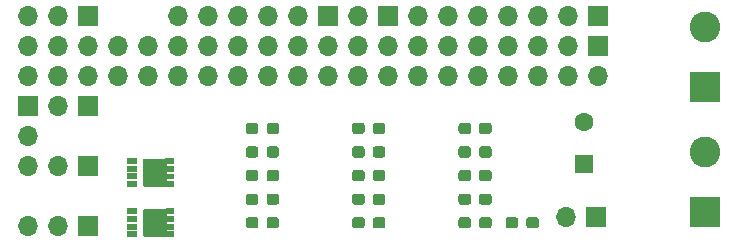
<source format=gts>
G04 #@! TF.GenerationSoftware,KiCad,Pcbnew,5.1.5+dfsg1-2build2*
G04 #@! TF.CreationDate,2021-01-26T14:35:44+01:00*
G04 #@! TF.ProjectId,PiStackMon,50695374-6163-46b4-9d6f-6e2e6b696361,rev?*
G04 #@! TF.SameCoordinates,Original*
G04 #@! TF.FileFunction,Soldermask,Top*
G04 #@! TF.FilePolarity,Negative*
%FSLAX46Y46*%
G04 Gerber Fmt 4.6, Leading zero omitted, Abs format (unit mm)*
G04 Created by KiCad (PCBNEW 5.1.5+dfsg1-2build2) date 2021-01-26 14:35:44*
%MOMM*%
%LPD*%
G04 APERTURE LIST*
%ADD10C,2.600000*%
%ADD11R,2.600000X2.600000*%
%ADD12O,1.700000X1.700000*%
%ADD13R,1.700000X1.700000*%
%ADD14C,0.150000*%
%ADD15R,0.930000X0.500000*%
%ADD16C,1.600000*%
%ADD17R,1.600000X1.600000*%
G04 APERTURE END LIST*
D10*
X269750000Y-153920000D03*
D11*
X269750000Y-159000000D03*
D10*
X269750000Y-164500000D03*
D11*
X269750000Y-169580000D03*
D12*
X240310000Y-152960000D03*
D13*
X242850000Y-152960000D03*
D12*
X212370000Y-152960000D03*
X214910000Y-152960000D03*
D13*
X217450000Y-152960000D03*
D14*
G36*
X224709755Y-165025961D02*
G01*
X224719134Y-165028806D01*
X224727779Y-165033427D01*
X224735355Y-165039645D01*
X224741573Y-165047221D01*
X224746194Y-165055866D01*
X224749039Y-165065245D01*
X224750000Y-165075000D01*
X224750000Y-165475000D01*
X224749039Y-165484755D01*
X224746194Y-165494134D01*
X224741573Y-165502779D01*
X224735355Y-165510355D01*
X224727779Y-165516573D01*
X224719134Y-165521194D01*
X224709755Y-165524039D01*
X224700000Y-165525000D01*
X224130000Y-165525000D01*
X224130000Y-165675000D01*
X224700000Y-165675000D01*
X224709755Y-165675961D01*
X224719134Y-165678806D01*
X224727779Y-165683427D01*
X224735355Y-165689645D01*
X224741573Y-165697221D01*
X224746194Y-165705866D01*
X224749039Y-165715245D01*
X224750000Y-165725000D01*
X224750000Y-166125000D01*
X224749039Y-166134755D01*
X224746194Y-166144134D01*
X224741573Y-166152779D01*
X224735355Y-166160355D01*
X224727779Y-166166573D01*
X224719134Y-166171194D01*
X224709755Y-166174039D01*
X224700000Y-166175000D01*
X224130000Y-166175000D01*
X224130000Y-166325000D01*
X224700000Y-166325000D01*
X224709755Y-166325961D01*
X224719134Y-166328806D01*
X224727779Y-166333427D01*
X224735355Y-166339645D01*
X224741573Y-166347221D01*
X224746194Y-166355866D01*
X224749039Y-166365245D01*
X224750000Y-166375000D01*
X224750000Y-166775000D01*
X224749039Y-166784755D01*
X224746194Y-166794134D01*
X224741573Y-166802779D01*
X224735355Y-166810355D01*
X224727779Y-166816573D01*
X224719134Y-166821194D01*
X224709755Y-166824039D01*
X224700000Y-166825000D01*
X224130000Y-166825000D01*
X224130000Y-166975000D01*
X224700000Y-166975000D01*
X224709755Y-166975961D01*
X224719134Y-166978806D01*
X224727779Y-166983427D01*
X224735355Y-166989645D01*
X224741573Y-166997221D01*
X224746194Y-167005866D01*
X224749039Y-167015245D01*
X224750000Y-167025000D01*
X224750000Y-167425000D01*
X224749039Y-167434755D01*
X224746194Y-167444134D01*
X224741573Y-167452779D01*
X224735355Y-167460355D01*
X224727779Y-167466573D01*
X224719134Y-167471194D01*
X224709755Y-167474039D01*
X224700000Y-167475000D01*
X224080000Y-167475000D01*
X224070245Y-167474039D01*
X224060866Y-167471194D01*
X224052221Y-167466573D01*
X224044645Y-167460355D01*
X224038427Y-167452779D01*
X224033806Y-167444134D01*
X224030961Y-167434755D01*
X224030000Y-167425000D01*
X222230000Y-167425000D01*
X222220245Y-167424039D01*
X222210866Y-167421194D01*
X222202221Y-167416573D01*
X222194645Y-167410355D01*
X222188427Y-167402779D01*
X222183806Y-167394134D01*
X222180961Y-167384755D01*
X222180000Y-167375000D01*
X222180000Y-165125000D01*
X222180961Y-165115245D01*
X222183806Y-165105866D01*
X222188427Y-165097221D01*
X222194645Y-165089645D01*
X222202221Y-165083427D01*
X222210866Y-165078806D01*
X222220245Y-165075961D01*
X222230000Y-165075000D01*
X224030000Y-165075000D01*
X224030961Y-165065245D01*
X224033806Y-165055866D01*
X224038427Y-165047221D01*
X224044645Y-165039645D01*
X224052221Y-165033427D01*
X224060866Y-165028806D01*
X224070245Y-165025961D01*
X224080000Y-165025000D01*
X224700000Y-165025000D01*
X224709755Y-165025961D01*
G37*
D15*
X221215000Y-167225000D03*
X221215000Y-166575000D03*
X221215000Y-165275000D03*
X221215000Y-165925000D03*
D12*
X225070000Y-152960000D03*
X227610000Y-152960000D03*
X230150000Y-152960000D03*
X232690000Y-152960000D03*
X235230000Y-152960000D03*
D13*
X237770000Y-152960000D03*
D12*
X245390000Y-152960000D03*
X247930000Y-152960000D03*
X250470000Y-152960000D03*
X253010000Y-152960000D03*
X255550000Y-152960000D03*
X258090000Y-152960000D03*
D13*
X260630000Y-152960000D03*
D14*
G36*
X224709755Y-169275961D02*
G01*
X224719134Y-169278806D01*
X224727779Y-169283427D01*
X224735355Y-169289645D01*
X224741573Y-169297221D01*
X224746194Y-169305866D01*
X224749039Y-169315245D01*
X224750000Y-169325000D01*
X224750000Y-169725000D01*
X224749039Y-169734755D01*
X224746194Y-169744134D01*
X224741573Y-169752779D01*
X224735355Y-169760355D01*
X224727779Y-169766573D01*
X224719134Y-169771194D01*
X224709755Y-169774039D01*
X224700000Y-169775000D01*
X224130000Y-169775000D01*
X224130000Y-169925000D01*
X224700000Y-169925000D01*
X224709755Y-169925961D01*
X224719134Y-169928806D01*
X224727779Y-169933427D01*
X224735355Y-169939645D01*
X224741573Y-169947221D01*
X224746194Y-169955866D01*
X224749039Y-169965245D01*
X224750000Y-169975000D01*
X224750000Y-170375000D01*
X224749039Y-170384755D01*
X224746194Y-170394134D01*
X224741573Y-170402779D01*
X224735355Y-170410355D01*
X224727779Y-170416573D01*
X224719134Y-170421194D01*
X224709755Y-170424039D01*
X224700000Y-170425000D01*
X224130000Y-170425000D01*
X224130000Y-170575000D01*
X224700000Y-170575000D01*
X224709755Y-170575961D01*
X224719134Y-170578806D01*
X224727779Y-170583427D01*
X224735355Y-170589645D01*
X224741573Y-170597221D01*
X224746194Y-170605866D01*
X224749039Y-170615245D01*
X224750000Y-170625000D01*
X224750000Y-171025000D01*
X224749039Y-171034755D01*
X224746194Y-171044134D01*
X224741573Y-171052779D01*
X224735355Y-171060355D01*
X224727779Y-171066573D01*
X224719134Y-171071194D01*
X224709755Y-171074039D01*
X224700000Y-171075000D01*
X224130000Y-171075000D01*
X224130000Y-171225000D01*
X224700000Y-171225000D01*
X224709755Y-171225961D01*
X224719134Y-171228806D01*
X224727779Y-171233427D01*
X224735355Y-171239645D01*
X224741573Y-171247221D01*
X224746194Y-171255866D01*
X224749039Y-171265245D01*
X224750000Y-171275000D01*
X224750000Y-171675000D01*
X224749039Y-171684755D01*
X224746194Y-171694134D01*
X224741573Y-171702779D01*
X224735355Y-171710355D01*
X224727779Y-171716573D01*
X224719134Y-171721194D01*
X224709755Y-171724039D01*
X224700000Y-171725000D01*
X224080000Y-171725000D01*
X224070245Y-171724039D01*
X224060866Y-171721194D01*
X224052221Y-171716573D01*
X224044645Y-171710355D01*
X224038427Y-171702779D01*
X224033806Y-171694134D01*
X224030961Y-171684755D01*
X224030000Y-171675000D01*
X222230000Y-171675000D01*
X222220245Y-171674039D01*
X222210866Y-171671194D01*
X222202221Y-171666573D01*
X222194645Y-171660355D01*
X222188427Y-171652779D01*
X222183806Y-171644134D01*
X222180961Y-171634755D01*
X222180000Y-171625000D01*
X222180000Y-169375000D01*
X222180961Y-169365245D01*
X222183806Y-169355866D01*
X222188427Y-169347221D01*
X222194645Y-169339645D01*
X222202221Y-169333427D01*
X222210866Y-169328806D01*
X222220245Y-169325961D01*
X222230000Y-169325000D01*
X224030000Y-169325000D01*
X224030961Y-169315245D01*
X224033806Y-169305866D01*
X224038427Y-169297221D01*
X224044645Y-169289645D01*
X224052221Y-169283427D01*
X224060866Y-169278806D01*
X224070245Y-169275961D01*
X224080000Y-169275000D01*
X224700000Y-169275000D01*
X224709755Y-169275961D01*
G37*
D15*
X221215000Y-171475000D03*
X221215000Y-170825000D03*
X221215000Y-169525000D03*
X221215000Y-170175000D03*
D12*
X212370000Y-163120000D03*
D13*
X212370000Y-160580000D03*
D12*
X214910000Y-160580000D03*
D13*
X217450000Y-160580000D03*
D12*
X212370000Y-170740000D03*
X214910000Y-170740000D03*
D13*
X217450000Y-170740000D03*
D12*
X212370000Y-165660000D03*
X214910000Y-165660000D03*
D13*
X217450000Y-165660000D03*
D14*
G36*
X249685779Y-166026144D02*
G01*
X249708834Y-166029563D01*
X249731443Y-166035227D01*
X249753387Y-166043079D01*
X249774457Y-166053044D01*
X249794448Y-166065026D01*
X249813168Y-166078910D01*
X249830438Y-166094562D01*
X249846090Y-166111832D01*
X249859974Y-166130552D01*
X249871956Y-166150543D01*
X249881921Y-166171613D01*
X249889773Y-166193557D01*
X249895437Y-166216166D01*
X249898856Y-166239221D01*
X249900000Y-166262500D01*
X249900000Y-166737500D01*
X249898856Y-166760779D01*
X249895437Y-166783834D01*
X249889773Y-166806443D01*
X249881921Y-166828387D01*
X249871956Y-166849457D01*
X249859974Y-166869448D01*
X249846090Y-166888168D01*
X249830438Y-166905438D01*
X249813168Y-166921090D01*
X249794448Y-166934974D01*
X249774457Y-166946956D01*
X249753387Y-166956921D01*
X249731443Y-166964773D01*
X249708834Y-166970437D01*
X249685779Y-166973856D01*
X249662500Y-166975000D01*
X249087500Y-166975000D01*
X249064221Y-166973856D01*
X249041166Y-166970437D01*
X249018557Y-166964773D01*
X248996613Y-166956921D01*
X248975543Y-166946956D01*
X248955552Y-166934974D01*
X248936832Y-166921090D01*
X248919562Y-166905438D01*
X248903910Y-166888168D01*
X248890026Y-166869448D01*
X248878044Y-166849457D01*
X248868079Y-166828387D01*
X248860227Y-166806443D01*
X248854563Y-166783834D01*
X248851144Y-166760779D01*
X248850000Y-166737500D01*
X248850000Y-166262500D01*
X248851144Y-166239221D01*
X248854563Y-166216166D01*
X248860227Y-166193557D01*
X248868079Y-166171613D01*
X248878044Y-166150543D01*
X248890026Y-166130552D01*
X248903910Y-166111832D01*
X248919562Y-166094562D01*
X248936832Y-166078910D01*
X248955552Y-166065026D01*
X248975543Y-166053044D01*
X248996613Y-166043079D01*
X249018557Y-166035227D01*
X249041166Y-166029563D01*
X249064221Y-166026144D01*
X249087500Y-166025000D01*
X249662500Y-166025000D01*
X249685779Y-166026144D01*
G37*
G36*
X251435779Y-166026144D02*
G01*
X251458834Y-166029563D01*
X251481443Y-166035227D01*
X251503387Y-166043079D01*
X251524457Y-166053044D01*
X251544448Y-166065026D01*
X251563168Y-166078910D01*
X251580438Y-166094562D01*
X251596090Y-166111832D01*
X251609974Y-166130552D01*
X251621956Y-166150543D01*
X251631921Y-166171613D01*
X251639773Y-166193557D01*
X251645437Y-166216166D01*
X251648856Y-166239221D01*
X251650000Y-166262500D01*
X251650000Y-166737500D01*
X251648856Y-166760779D01*
X251645437Y-166783834D01*
X251639773Y-166806443D01*
X251631921Y-166828387D01*
X251621956Y-166849457D01*
X251609974Y-166869448D01*
X251596090Y-166888168D01*
X251580438Y-166905438D01*
X251563168Y-166921090D01*
X251544448Y-166934974D01*
X251524457Y-166946956D01*
X251503387Y-166956921D01*
X251481443Y-166964773D01*
X251458834Y-166970437D01*
X251435779Y-166973856D01*
X251412500Y-166975000D01*
X250837500Y-166975000D01*
X250814221Y-166973856D01*
X250791166Y-166970437D01*
X250768557Y-166964773D01*
X250746613Y-166956921D01*
X250725543Y-166946956D01*
X250705552Y-166934974D01*
X250686832Y-166921090D01*
X250669562Y-166905438D01*
X250653910Y-166888168D01*
X250640026Y-166869448D01*
X250628044Y-166849457D01*
X250618079Y-166828387D01*
X250610227Y-166806443D01*
X250604563Y-166783834D01*
X250601144Y-166760779D01*
X250600000Y-166737500D01*
X250600000Y-166262500D01*
X250601144Y-166239221D01*
X250604563Y-166216166D01*
X250610227Y-166193557D01*
X250618079Y-166171613D01*
X250628044Y-166150543D01*
X250640026Y-166130552D01*
X250653910Y-166111832D01*
X250669562Y-166094562D01*
X250686832Y-166078910D01*
X250705552Y-166065026D01*
X250725543Y-166053044D01*
X250746613Y-166043079D01*
X250768557Y-166035227D01*
X250791166Y-166029563D01*
X250814221Y-166026144D01*
X250837500Y-166025000D01*
X251412500Y-166025000D01*
X251435779Y-166026144D01*
G37*
G36*
X249685779Y-164026144D02*
G01*
X249708834Y-164029563D01*
X249731443Y-164035227D01*
X249753387Y-164043079D01*
X249774457Y-164053044D01*
X249794448Y-164065026D01*
X249813168Y-164078910D01*
X249830438Y-164094562D01*
X249846090Y-164111832D01*
X249859974Y-164130552D01*
X249871956Y-164150543D01*
X249881921Y-164171613D01*
X249889773Y-164193557D01*
X249895437Y-164216166D01*
X249898856Y-164239221D01*
X249900000Y-164262500D01*
X249900000Y-164737500D01*
X249898856Y-164760779D01*
X249895437Y-164783834D01*
X249889773Y-164806443D01*
X249881921Y-164828387D01*
X249871956Y-164849457D01*
X249859974Y-164869448D01*
X249846090Y-164888168D01*
X249830438Y-164905438D01*
X249813168Y-164921090D01*
X249794448Y-164934974D01*
X249774457Y-164946956D01*
X249753387Y-164956921D01*
X249731443Y-164964773D01*
X249708834Y-164970437D01*
X249685779Y-164973856D01*
X249662500Y-164975000D01*
X249087500Y-164975000D01*
X249064221Y-164973856D01*
X249041166Y-164970437D01*
X249018557Y-164964773D01*
X248996613Y-164956921D01*
X248975543Y-164946956D01*
X248955552Y-164934974D01*
X248936832Y-164921090D01*
X248919562Y-164905438D01*
X248903910Y-164888168D01*
X248890026Y-164869448D01*
X248878044Y-164849457D01*
X248868079Y-164828387D01*
X248860227Y-164806443D01*
X248854563Y-164783834D01*
X248851144Y-164760779D01*
X248850000Y-164737500D01*
X248850000Y-164262500D01*
X248851144Y-164239221D01*
X248854563Y-164216166D01*
X248860227Y-164193557D01*
X248868079Y-164171613D01*
X248878044Y-164150543D01*
X248890026Y-164130552D01*
X248903910Y-164111832D01*
X248919562Y-164094562D01*
X248936832Y-164078910D01*
X248955552Y-164065026D01*
X248975543Y-164053044D01*
X248996613Y-164043079D01*
X249018557Y-164035227D01*
X249041166Y-164029563D01*
X249064221Y-164026144D01*
X249087500Y-164025000D01*
X249662500Y-164025000D01*
X249685779Y-164026144D01*
G37*
G36*
X251435779Y-164026144D02*
G01*
X251458834Y-164029563D01*
X251481443Y-164035227D01*
X251503387Y-164043079D01*
X251524457Y-164053044D01*
X251544448Y-164065026D01*
X251563168Y-164078910D01*
X251580438Y-164094562D01*
X251596090Y-164111832D01*
X251609974Y-164130552D01*
X251621956Y-164150543D01*
X251631921Y-164171613D01*
X251639773Y-164193557D01*
X251645437Y-164216166D01*
X251648856Y-164239221D01*
X251650000Y-164262500D01*
X251650000Y-164737500D01*
X251648856Y-164760779D01*
X251645437Y-164783834D01*
X251639773Y-164806443D01*
X251631921Y-164828387D01*
X251621956Y-164849457D01*
X251609974Y-164869448D01*
X251596090Y-164888168D01*
X251580438Y-164905438D01*
X251563168Y-164921090D01*
X251544448Y-164934974D01*
X251524457Y-164946956D01*
X251503387Y-164956921D01*
X251481443Y-164964773D01*
X251458834Y-164970437D01*
X251435779Y-164973856D01*
X251412500Y-164975000D01*
X250837500Y-164975000D01*
X250814221Y-164973856D01*
X250791166Y-164970437D01*
X250768557Y-164964773D01*
X250746613Y-164956921D01*
X250725543Y-164946956D01*
X250705552Y-164934974D01*
X250686832Y-164921090D01*
X250669562Y-164905438D01*
X250653910Y-164888168D01*
X250640026Y-164869448D01*
X250628044Y-164849457D01*
X250618079Y-164828387D01*
X250610227Y-164806443D01*
X250604563Y-164783834D01*
X250601144Y-164760779D01*
X250600000Y-164737500D01*
X250600000Y-164262500D01*
X250601144Y-164239221D01*
X250604563Y-164216166D01*
X250610227Y-164193557D01*
X250618079Y-164171613D01*
X250628044Y-164150543D01*
X250640026Y-164130552D01*
X250653910Y-164111832D01*
X250669562Y-164094562D01*
X250686832Y-164078910D01*
X250705552Y-164065026D01*
X250725543Y-164053044D01*
X250746613Y-164043079D01*
X250768557Y-164035227D01*
X250791166Y-164029563D01*
X250814221Y-164026144D01*
X250837500Y-164025000D01*
X251412500Y-164025000D01*
X251435779Y-164026144D01*
G37*
G36*
X253685779Y-170026144D02*
G01*
X253708834Y-170029563D01*
X253731443Y-170035227D01*
X253753387Y-170043079D01*
X253774457Y-170053044D01*
X253794448Y-170065026D01*
X253813168Y-170078910D01*
X253830438Y-170094562D01*
X253846090Y-170111832D01*
X253859974Y-170130552D01*
X253871956Y-170150543D01*
X253881921Y-170171613D01*
X253889773Y-170193557D01*
X253895437Y-170216166D01*
X253898856Y-170239221D01*
X253900000Y-170262500D01*
X253900000Y-170737500D01*
X253898856Y-170760779D01*
X253895437Y-170783834D01*
X253889773Y-170806443D01*
X253881921Y-170828387D01*
X253871956Y-170849457D01*
X253859974Y-170869448D01*
X253846090Y-170888168D01*
X253830438Y-170905438D01*
X253813168Y-170921090D01*
X253794448Y-170934974D01*
X253774457Y-170946956D01*
X253753387Y-170956921D01*
X253731443Y-170964773D01*
X253708834Y-170970437D01*
X253685779Y-170973856D01*
X253662500Y-170975000D01*
X253087500Y-170975000D01*
X253064221Y-170973856D01*
X253041166Y-170970437D01*
X253018557Y-170964773D01*
X252996613Y-170956921D01*
X252975543Y-170946956D01*
X252955552Y-170934974D01*
X252936832Y-170921090D01*
X252919562Y-170905438D01*
X252903910Y-170888168D01*
X252890026Y-170869448D01*
X252878044Y-170849457D01*
X252868079Y-170828387D01*
X252860227Y-170806443D01*
X252854563Y-170783834D01*
X252851144Y-170760779D01*
X252850000Y-170737500D01*
X252850000Y-170262500D01*
X252851144Y-170239221D01*
X252854563Y-170216166D01*
X252860227Y-170193557D01*
X252868079Y-170171613D01*
X252878044Y-170150543D01*
X252890026Y-170130552D01*
X252903910Y-170111832D01*
X252919562Y-170094562D01*
X252936832Y-170078910D01*
X252955552Y-170065026D01*
X252975543Y-170053044D01*
X252996613Y-170043079D01*
X253018557Y-170035227D01*
X253041166Y-170029563D01*
X253064221Y-170026144D01*
X253087500Y-170025000D01*
X253662500Y-170025000D01*
X253685779Y-170026144D01*
G37*
G36*
X255435779Y-170026144D02*
G01*
X255458834Y-170029563D01*
X255481443Y-170035227D01*
X255503387Y-170043079D01*
X255524457Y-170053044D01*
X255544448Y-170065026D01*
X255563168Y-170078910D01*
X255580438Y-170094562D01*
X255596090Y-170111832D01*
X255609974Y-170130552D01*
X255621956Y-170150543D01*
X255631921Y-170171613D01*
X255639773Y-170193557D01*
X255645437Y-170216166D01*
X255648856Y-170239221D01*
X255650000Y-170262500D01*
X255650000Y-170737500D01*
X255648856Y-170760779D01*
X255645437Y-170783834D01*
X255639773Y-170806443D01*
X255631921Y-170828387D01*
X255621956Y-170849457D01*
X255609974Y-170869448D01*
X255596090Y-170888168D01*
X255580438Y-170905438D01*
X255563168Y-170921090D01*
X255544448Y-170934974D01*
X255524457Y-170946956D01*
X255503387Y-170956921D01*
X255481443Y-170964773D01*
X255458834Y-170970437D01*
X255435779Y-170973856D01*
X255412500Y-170975000D01*
X254837500Y-170975000D01*
X254814221Y-170973856D01*
X254791166Y-170970437D01*
X254768557Y-170964773D01*
X254746613Y-170956921D01*
X254725543Y-170946956D01*
X254705552Y-170934974D01*
X254686832Y-170921090D01*
X254669562Y-170905438D01*
X254653910Y-170888168D01*
X254640026Y-170869448D01*
X254628044Y-170849457D01*
X254618079Y-170828387D01*
X254610227Y-170806443D01*
X254604563Y-170783834D01*
X254601144Y-170760779D01*
X254600000Y-170737500D01*
X254600000Y-170262500D01*
X254601144Y-170239221D01*
X254604563Y-170216166D01*
X254610227Y-170193557D01*
X254618079Y-170171613D01*
X254628044Y-170150543D01*
X254640026Y-170130552D01*
X254653910Y-170111832D01*
X254669562Y-170094562D01*
X254686832Y-170078910D01*
X254705552Y-170065026D01*
X254725543Y-170053044D01*
X254746613Y-170043079D01*
X254768557Y-170035227D01*
X254791166Y-170029563D01*
X254814221Y-170026144D01*
X254837500Y-170025000D01*
X255412500Y-170025000D01*
X255435779Y-170026144D01*
G37*
G36*
X249685779Y-170026144D02*
G01*
X249708834Y-170029563D01*
X249731443Y-170035227D01*
X249753387Y-170043079D01*
X249774457Y-170053044D01*
X249794448Y-170065026D01*
X249813168Y-170078910D01*
X249830438Y-170094562D01*
X249846090Y-170111832D01*
X249859974Y-170130552D01*
X249871956Y-170150543D01*
X249881921Y-170171613D01*
X249889773Y-170193557D01*
X249895437Y-170216166D01*
X249898856Y-170239221D01*
X249900000Y-170262500D01*
X249900000Y-170737500D01*
X249898856Y-170760779D01*
X249895437Y-170783834D01*
X249889773Y-170806443D01*
X249881921Y-170828387D01*
X249871956Y-170849457D01*
X249859974Y-170869448D01*
X249846090Y-170888168D01*
X249830438Y-170905438D01*
X249813168Y-170921090D01*
X249794448Y-170934974D01*
X249774457Y-170946956D01*
X249753387Y-170956921D01*
X249731443Y-170964773D01*
X249708834Y-170970437D01*
X249685779Y-170973856D01*
X249662500Y-170975000D01*
X249087500Y-170975000D01*
X249064221Y-170973856D01*
X249041166Y-170970437D01*
X249018557Y-170964773D01*
X248996613Y-170956921D01*
X248975543Y-170946956D01*
X248955552Y-170934974D01*
X248936832Y-170921090D01*
X248919562Y-170905438D01*
X248903910Y-170888168D01*
X248890026Y-170869448D01*
X248878044Y-170849457D01*
X248868079Y-170828387D01*
X248860227Y-170806443D01*
X248854563Y-170783834D01*
X248851144Y-170760779D01*
X248850000Y-170737500D01*
X248850000Y-170262500D01*
X248851144Y-170239221D01*
X248854563Y-170216166D01*
X248860227Y-170193557D01*
X248868079Y-170171613D01*
X248878044Y-170150543D01*
X248890026Y-170130552D01*
X248903910Y-170111832D01*
X248919562Y-170094562D01*
X248936832Y-170078910D01*
X248955552Y-170065026D01*
X248975543Y-170053044D01*
X248996613Y-170043079D01*
X249018557Y-170035227D01*
X249041166Y-170029563D01*
X249064221Y-170026144D01*
X249087500Y-170025000D01*
X249662500Y-170025000D01*
X249685779Y-170026144D01*
G37*
G36*
X251435779Y-170026144D02*
G01*
X251458834Y-170029563D01*
X251481443Y-170035227D01*
X251503387Y-170043079D01*
X251524457Y-170053044D01*
X251544448Y-170065026D01*
X251563168Y-170078910D01*
X251580438Y-170094562D01*
X251596090Y-170111832D01*
X251609974Y-170130552D01*
X251621956Y-170150543D01*
X251631921Y-170171613D01*
X251639773Y-170193557D01*
X251645437Y-170216166D01*
X251648856Y-170239221D01*
X251650000Y-170262500D01*
X251650000Y-170737500D01*
X251648856Y-170760779D01*
X251645437Y-170783834D01*
X251639773Y-170806443D01*
X251631921Y-170828387D01*
X251621956Y-170849457D01*
X251609974Y-170869448D01*
X251596090Y-170888168D01*
X251580438Y-170905438D01*
X251563168Y-170921090D01*
X251544448Y-170934974D01*
X251524457Y-170946956D01*
X251503387Y-170956921D01*
X251481443Y-170964773D01*
X251458834Y-170970437D01*
X251435779Y-170973856D01*
X251412500Y-170975000D01*
X250837500Y-170975000D01*
X250814221Y-170973856D01*
X250791166Y-170970437D01*
X250768557Y-170964773D01*
X250746613Y-170956921D01*
X250725543Y-170946956D01*
X250705552Y-170934974D01*
X250686832Y-170921090D01*
X250669562Y-170905438D01*
X250653910Y-170888168D01*
X250640026Y-170869448D01*
X250628044Y-170849457D01*
X250618079Y-170828387D01*
X250610227Y-170806443D01*
X250604563Y-170783834D01*
X250601144Y-170760779D01*
X250600000Y-170737500D01*
X250600000Y-170262500D01*
X250601144Y-170239221D01*
X250604563Y-170216166D01*
X250610227Y-170193557D01*
X250618079Y-170171613D01*
X250628044Y-170150543D01*
X250640026Y-170130552D01*
X250653910Y-170111832D01*
X250669562Y-170094562D01*
X250686832Y-170078910D01*
X250705552Y-170065026D01*
X250725543Y-170053044D01*
X250746613Y-170043079D01*
X250768557Y-170035227D01*
X250791166Y-170029563D01*
X250814221Y-170026144D01*
X250837500Y-170025000D01*
X251412500Y-170025000D01*
X251435779Y-170026144D01*
G37*
G36*
X249685779Y-168026144D02*
G01*
X249708834Y-168029563D01*
X249731443Y-168035227D01*
X249753387Y-168043079D01*
X249774457Y-168053044D01*
X249794448Y-168065026D01*
X249813168Y-168078910D01*
X249830438Y-168094562D01*
X249846090Y-168111832D01*
X249859974Y-168130552D01*
X249871956Y-168150543D01*
X249881921Y-168171613D01*
X249889773Y-168193557D01*
X249895437Y-168216166D01*
X249898856Y-168239221D01*
X249900000Y-168262500D01*
X249900000Y-168737500D01*
X249898856Y-168760779D01*
X249895437Y-168783834D01*
X249889773Y-168806443D01*
X249881921Y-168828387D01*
X249871956Y-168849457D01*
X249859974Y-168869448D01*
X249846090Y-168888168D01*
X249830438Y-168905438D01*
X249813168Y-168921090D01*
X249794448Y-168934974D01*
X249774457Y-168946956D01*
X249753387Y-168956921D01*
X249731443Y-168964773D01*
X249708834Y-168970437D01*
X249685779Y-168973856D01*
X249662500Y-168975000D01*
X249087500Y-168975000D01*
X249064221Y-168973856D01*
X249041166Y-168970437D01*
X249018557Y-168964773D01*
X248996613Y-168956921D01*
X248975543Y-168946956D01*
X248955552Y-168934974D01*
X248936832Y-168921090D01*
X248919562Y-168905438D01*
X248903910Y-168888168D01*
X248890026Y-168869448D01*
X248878044Y-168849457D01*
X248868079Y-168828387D01*
X248860227Y-168806443D01*
X248854563Y-168783834D01*
X248851144Y-168760779D01*
X248850000Y-168737500D01*
X248850000Y-168262500D01*
X248851144Y-168239221D01*
X248854563Y-168216166D01*
X248860227Y-168193557D01*
X248868079Y-168171613D01*
X248878044Y-168150543D01*
X248890026Y-168130552D01*
X248903910Y-168111832D01*
X248919562Y-168094562D01*
X248936832Y-168078910D01*
X248955552Y-168065026D01*
X248975543Y-168053044D01*
X248996613Y-168043079D01*
X249018557Y-168035227D01*
X249041166Y-168029563D01*
X249064221Y-168026144D01*
X249087500Y-168025000D01*
X249662500Y-168025000D01*
X249685779Y-168026144D01*
G37*
G36*
X251435779Y-168026144D02*
G01*
X251458834Y-168029563D01*
X251481443Y-168035227D01*
X251503387Y-168043079D01*
X251524457Y-168053044D01*
X251544448Y-168065026D01*
X251563168Y-168078910D01*
X251580438Y-168094562D01*
X251596090Y-168111832D01*
X251609974Y-168130552D01*
X251621956Y-168150543D01*
X251631921Y-168171613D01*
X251639773Y-168193557D01*
X251645437Y-168216166D01*
X251648856Y-168239221D01*
X251650000Y-168262500D01*
X251650000Y-168737500D01*
X251648856Y-168760779D01*
X251645437Y-168783834D01*
X251639773Y-168806443D01*
X251631921Y-168828387D01*
X251621956Y-168849457D01*
X251609974Y-168869448D01*
X251596090Y-168888168D01*
X251580438Y-168905438D01*
X251563168Y-168921090D01*
X251544448Y-168934974D01*
X251524457Y-168946956D01*
X251503387Y-168956921D01*
X251481443Y-168964773D01*
X251458834Y-168970437D01*
X251435779Y-168973856D01*
X251412500Y-168975000D01*
X250837500Y-168975000D01*
X250814221Y-168973856D01*
X250791166Y-168970437D01*
X250768557Y-168964773D01*
X250746613Y-168956921D01*
X250725543Y-168946956D01*
X250705552Y-168934974D01*
X250686832Y-168921090D01*
X250669562Y-168905438D01*
X250653910Y-168888168D01*
X250640026Y-168869448D01*
X250628044Y-168849457D01*
X250618079Y-168828387D01*
X250610227Y-168806443D01*
X250604563Y-168783834D01*
X250601144Y-168760779D01*
X250600000Y-168737500D01*
X250600000Y-168262500D01*
X250601144Y-168239221D01*
X250604563Y-168216166D01*
X250610227Y-168193557D01*
X250618079Y-168171613D01*
X250628044Y-168150543D01*
X250640026Y-168130552D01*
X250653910Y-168111832D01*
X250669562Y-168094562D01*
X250686832Y-168078910D01*
X250705552Y-168065026D01*
X250725543Y-168053044D01*
X250746613Y-168043079D01*
X250768557Y-168035227D01*
X250791166Y-168029563D01*
X250814221Y-168026144D01*
X250837500Y-168025000D01*
X251412500Y-168025000D01*
X251435779Y-168026144D01*
G37*
D12*
X257960000Y-170000000D03*
D13*
X260500000Y-170000000D03*
D16*
X259500000Y-162000000D03*
D17*
X259500000Y-165500000D03*
D14*
G36*
X249685779Y-162026144D02*
G01*
X249708834Y-162029563D01*
X249731443Y-162035227D01*
X249753387Y-162043079D01*
X249774457Y-162053044D01*
X249794448Y-162065026D01*
X249813168Y-162078910D01*
X249830438Y-162094562D01*
X249846090Y-162111832D01*
X249859974Y-162130552D01*
X249871956Y-162150543D01*
X249881921Y-162171613D01*
X249889773Y-162193557D01*
X249895437Y-162216166D01*
X249898856Y-162239221D01*
X249900000Y-162262500D01*
X249900000Y-162737500D01*
X249898856Y-162760779D01*
X249895437Y-162783834D01*
X249889773Y-162806443D01*
X249881921Y-162828387D01*
X249871956Y-162849457D01*
X249859974Y-162869448D01*
X249846090Y-162888168D01*
X249830438Y-162905438D01*
X249813168Y-162921090D01*
X249794448Y-162934974D01*
X249774457Y-162946956D01*
X249753387Y-162956921D01*
X249731443Y-162964773D01*
X249708834Y-162970437D01*
X249685779Y-162973856D01*
X249662500Y-162975000D01*
X249087500Y-162975000D01*
X249064221Y-162973856D01*
X249041166Y-162970437D01*
X249018557Y-162964773D01*
X248996613Y-162956921D01*
X248975543Y-162946956D01*
X248955552Y-162934974D01*
X248936832Y-162921090D01*
X248919562Y-162905438D01*
X248903910Y-162888168D01*
X248890026Y-162869448D01*
X248878044Y-162849457D01*
X248868079Y-162828387D01*
X248860227Y-162806443D01*
X248854563Y-162783834D01*
X248851144Y-162760779D01*
X248850000Y-162737500D01*
X248850000Y-162262500D01*
X248851144Y-162239221D01*
X248854563Y-162216166D01*
X248860227Y-162193557D01*
X248868079Y-162171613D01*
X248878044Y-162150543D01*
X248890026Y-162130552D01*
X248903910Y-162111832D01*
X248919562Y-162094562D01*
X248936832Y-162078910D01*
X248955552Y-162065026D01*
X248975543Y-162053044D01*
X248996613Y-162043079D01*
X249018557Y-162035227D01*
X249041166Y-162029563D01*
X249064221Y-162026144D01*
X249087500Y-162025000D01*
X249662500Y-162025000D01*
X249685779Y-162026144D01*
G37*
G36*
X251435779Y-162026144D02*
G01*
X251458834Y-162029563D01*
X251481443Y-162035227D01*
X251503387Y-162043079D01*
X251524457Y-162053044D01*
X251544448Y-162065026D01*
X251563168Y-162078910D01*
X251580438Y-162094562D01*
X251596090Y-162111832D01*
X251609974Y-162130552D01*
X251621956Y-162150543D01*
X251631921Y-162171613D01*
X251639773Y-162193557D01*
X251645437Y-162216166D01*
X251648856Y-162239221D01*
X251650000Y-162262500D01*
X251650000Y-162737500D01*
X251648856Y-162760779D01*
X251645437Y-162783834D01*
X251639773Y-162806443D01*
X251631921Y-162828387D01*
X251621956Y-162849457D01*
X251609974Y-162869448D01*
X251596090Y-162888168D01*
X251580438Y-162905438D01*
X251563168Y-162921090D01*
X251544448Y-162934974D01*
X251524457Y-162946956D01*
X251503387Y-162956921D01*
X251481443Y-162964773D01*
X251458834Y-162970437D01*
X251435779Y-162973856D01*
X251412500Y-162975000D01*
X250837500Y-162975000D01*
X250814221Y-162973856D01*
X250791166Y-162970437D01*
X250768557Y-162964773D01*
X250746613Y-162956921D01*
X250725543Y-162946956D01*
X250705552Y-162934974D01*
X250686832Y-162921090D01*
X250669562Y-162905438D01*
X250653910Y-162888168D01*
X250640026Y-162869448D01*
X250628044Y-162849457D01*
X250618079Y-162828387D01*
X250610227Y-162806443D01*
X250604563Y-162783834D01*
X250601144Y-162760779D01*
X250600000Y-162737500D01*
X250600000Y-162262500D01*
X250601144Y-162239221D01*
X250604563Y-162216166D01*
X250610227Y-162193557D01*
X250618079Y-162171613D01*
X250628044Y-162150543D01*
X250640026Y-162130552D01*
X250653910Y-162111832D01*
X250669562Y-162094562D01*
X250686832Y-162078910D01*
X250705552Y-162065026D01*
X250725543Y-162053044D01*
X250746613Y-162043079D01*
X250768557Y-162035227D01*
X250791166Y-162029563D01*
X250814221Y-162026144D01*
X250837500Y-162025000D01*
X251412500Y-162025000D01*
X251435779Y-162026144D01*
G37*
G36*
X240685779Y-170026144D02*
G01*
X240708834Y-170029563D01*
X240731443Y-170035227D01*
X240753387Y-170043079D01*
X240774457Y-170053044D01*
X240794448Y-170065026D01*
X240813168Y-170078910D01*
X240830438Y-170094562D01*
X240846090Y-170111832D01*
X240859974Y-170130552D01*
X240871956Y-170150543D01*
X240881921Y-170171613D01*
X240889773Y-170193557D01*
X240895437Y-170216166D01*
X240898856Y-170239221D01*
X240900000Y-170262500D01*
X240900000Y-170737500D01*
X240898856Y-170760779D01*
X240895437Y-170783834D01*
X240889773Y-170806443D01*
X240881921Y-170828387D01*
X240871956Y-170849457D01*
X240859974Y-170869448D01*
X240846090Y-170888168D01*
X240830438Y-170905438D01*
X240813168Y-170921090D01*
X240794448Y-170934974D01*
X240774457Y-170946956D01*
X240753387Y-170956921D01*
X240731443Y-170964773D01*
X240708834Y-170970437D01*
X240685779Y-170973856D01*
X240662500Y-170975000D01*
X240087500Y-170975000D01*
X240064221Y-170973856D01*
X240041166Y-170970437D01*
X240018557Y-170964773D01*
X239996613Y-170956921D01*
X239975543Y-170946956D01*
X239955552Y-170934974D01*
X239936832Y-170921090D01*
X239919562Y-170905438D01*
X239903910Y-170888168D01*
X239890026Y-170869448D01*
X239878044Y-170849457D01*
X239868079Y-170828387D01*
X239860227Y-170806443D01*
X239854563Y-170783834D01*
X239851144Y-170760779D01*
X239850000Y-170737500D01*
X239850000Y-170262500D01*
X239851144Y-170239221D01*
X239854563Y-170216166D01*
X239860227Y-170193557D01*
X239868079Y-170171613D01*
X239878044Y-170150543D01*
X239890026Y-170130552D01*
X239903910Y-170111832D01*
X239919562Y-170094562D01*
X239936832Y-170078910D01*
X239955552Y-170065026D01*
X239975543Y-170053044D01*
X239996613Y-170043079D01*
X240018557Y-170035227D01*
X240041166Y-170029563D01*
X240064221Y-170026144D01*
X240087500Y-170025000D01*
X240662500Y-170025000D01*
X240685779Y-170026144D01*
G37*
G36*
X242435779Y-170026144D02*
G01*
X242458834Y-170029563D01*
X242481443Y-170035227D01*
X242503387Y-170043079D01*
X242524457Y-170053044D01*
X242544448Y-170065026D01*
X242563168Y-170078910D01*
X242580438Y-170094562D01*
X242596090Y-170111832D01*
X242609974Y-170130552D01*
X242621956Y-170150543D01*
X242631921Y-170171613D01*
X242639773Y-170193557D01*
X242645437Y-170216166D01*
X242648856Y-170239221D01*
X242650000Y-170262500D01*
X242650000Y-170737500D01*
X242648856Y-170760779D01*
X242645437Y-170783834D01*
X242639773Y-170806443D01*
X242631921Y-170828387D01*
X242621956Y-170849457D01*
X242609974Y-170869448D01*
X242596090Y-170888168D01*
X242580438Y-170905438D01*
X242563168Y-170921090D01*
X242544448Y-170934974D01*
X242524457Y-170946956D01*
X242503387Y-170956921D01*
X242481443Y-170964773D01*
X242458834Y-170970437D01*
X242435779Y-170973856D01*
X242412500Y-170975000D01*
X241837500Y-170975000D01*
X241814221Y-170973856D01*
X241791166Y-170970437D01*
X241768557Y-170964773D01*
X241746613Y-170956921D01*
X241725543Y-170946956D01*
X241705552Y-170934974D01*
X241686832Y-170921090D01*
X241669562Y-170905438D01*
X241653910Y-170888168D01*
X241640026Y-170869448D01*
X241628044Y-170849457D01*
X241618079Y-170828387D01*
X241610227Y-170806443D01*
X241604563Y-170783834D01*
X241601144Y-170760779D01*
X241600000Y-170737500D01*
X241600000Y-170262500D01*
X241601144Y-170239221D01*
X241604563Y-170216166D01*
X241610227Y-170193557D01*
X241618079Y-170171613D01*
X241628044Y-170150543D01*
X241640026Y-170130552D01*
X241653910Y-170111832D01*
X241669562Y-170094562D01*
X241686832Y-170078910D01*
X241705552Y-170065026D01*
X241725543Y-170053044D01*
X241746613Y-170043079D01*
X241768557Y-170035227D01*
X241791166Y-170029563D01*
X241814221Y-170026144D01*
X241837500Y-170025000D01*
X242412500Y-170025000D01*
X242435779Y-170026144D01*
G37*
G36*
X240685779Y-168026144D02*
G01*
X240708834Y-168029563D01*
X240731443Y-168035227D01*
X240753387Y-168043079D01*
X240774457Y-168053044D01*
X240794448Y-168065026D01*
X240813168Y-168078910D01*
X240830438Y-168094562D01*
X240846090Y-168111832D01*
X240859974Y-168130552D01*
X240871956Y-168150543D01*
X240881921Y-168171613D01*
X240889773Y-168193557D01*
X240895437Y-168216166D01*
X240898856Y-168239221D01*
X240900000Y-168262500D01*
X240900000Y-168737500D01*
X240898856Y-168760779D01*
X240895437Y-168783834D01*
X240889773Y-168806443D01*
X240881921Y-168828387D01*
X240871956Y-168849457D01*
X240859974Y-168869448D01*
X240846090Y-168888168D01*
X240830438Y-168905438D01*
X240813168Y-168921090D01*
X240794448Y-168934974D01*
X240774457Y-168946956D01*
X240753387Y-168956921D01*
X240731443Y-168964773D01*
X240708834Y-168970437D01*
X240685779Y-168973856D01*
X240662500Y-168975000D01*
X240087500Y-168975000D01*
X240064221Y-168973856D01*
X240041166Y-168970437D01*
X240018557Y-168964773D01*
X239996613Y-168956921D01*
X239975543Y-168946956D01*
X239955552Y-168934974D01*
X239936832Y-168921090D01*
X239919562Y-168905438D01*
X239903910Y-168888168D01*
X239890026Y-168869448D01*
X239878044Y-168849457D01*
X239868079Y-168828387D01*
X239860227Y-168806443D01*
X239854563Y-168783834D01*
X239851144Y-168760779D01*
X239850000Y-168737500D01*
X239850000Y-168262500D01*
X239851144Y-168239221D01*
X239854563Y-168216166D01*
X239860227Y-168193557D01*
X239868079Y-168171613D01*
X239878044Y-168150543D01*
X239890026Y-168130552D01*
X239903910Y-168111832D01*
X239919562Y-168094562D01*
X239936832Y-168078910D01*
X239955552Y-168065026D01*
X239975543Y-168053044D01*
X239996613Y-168043079D01*
X240018557Y-168035227D01*
X240041166Y-168029563D01*
X240064221Y-168026144D01*
X240087500Y-168025000D01*
X240662500Y-168025000D01*
X240685779Y-168026144D01*
G37*
G36*
X242435779Y-168026144D02*
G01*
X242458834Y-168029563D01*
X242481443Y-168035227D01*
X242503387Y-168043079D01*
X242524457Y-168053044D01*
X242544448Y-168065026D01*
X242563168Y-168078910D01*
X242580438Y-168094562D01*
X242596090Y-168111832D01*
X242609974Y-168130552D01*
X242621956Y-168150543D01*
X242631921Y-168171613D01*
X242639773Y-168193557D01*
X242645437Y-168216166D01*
X242648856Y-168239221D01*
X242650000Y-168262500D01*
X242650000Y-168737500D01*
X242648856Y-168760779D01*
X242645437Y-168783834D01*
X242639773Y-168806443D01*
X242631921Y-168828387D01*
X242621956Y-168849457D01*
X242609974Y-168869448D01*
X242596090Y-168888168D01*
X242580438Y-168905438D01*
X242563168Y-168921090D01*
X242544448Y-168934974D01*
X242524457Y-168946956D01*
X242503387Y-168956921D01*
X242481443Y-168964773D01*
X242458834Y-168970437D01*
X242435779Y-168973856D01*
X242412500Y-168975000D01*
X241837500Y-168975000D01*
X241814221Y-168973856D01*
X241791166Y-168970437D01*
X241768557Y-168964773D01*
X241746613Y-168956921D01*
X241725543Y-168946956D01*
X241705552Y-168934974D01*
X241686832Y-168921090D01*
X241669562Y-168905438D01*
X241653910Y-168888168D01*
X241640026Y-168869448D01*
X241628044Y-168849457D01*
X241618079Y-168828387D01*
X241610227Y-168806443D01*
X241604563Y-168783834D01*
X241601144Y-168760779D01*
X241600000Y-168737500D01*
X241600000Y-168262500D01*
X241601144Y-168239221D01*
X241604563Y-168216166D01*
X241610227Y-168193557D01*
X241618079Y-168171613D01*
X241628044Y-168150543D01*
X241640026Y-168130552D01*
X241653910Y-168111832D01*
X241669562Y-168094562D01*
X241686832Y-168078910D01*
X241705552Y-168065026D01*
X241725543Y-168053044D01*
X241746613Y-168043079D01*
X241768557Y-168035227D01*
X241791166Y-168029563D01*
X241814221Y-168026144D01*
X241837500Y-168025000D01*
X242412500Y-168025000D01*
X242435779Y-168026144D01*
G37*
G36*
X240685779Y-166026144D02*
G01*
X240708834Y-166029563D01*
X240731443Y-166035227D01*
X240753387Y-166043079D01*
X240774457Y-166053044D01*
X240794448Y-166065026D01*
X240813168Y-166078910D01*
X240830438Y-166094562D01*
X240846090Y-166111832D01*
X240859974Y-166130552D01*
X240871956Y-166150543D01*
X240881921Y-166171613D01*
X240889773Y-166193557D01*
X240895437Y-166216166D01*
X240898856Y-166239221D01*
X240900000Y-166262500D01*
X240900000Y-166737500D01*
X240898856Y-166760779D01*
X240895437Y-166783834D01*
X240889773Y-166806443D01*
X240881921Y-166828387D01*
X240871956Y-166849457D01*
X240859974Y-166869448D01*
X240846090Y-166888168D01*
X240830438Y-166905438D01*
X240813168Y-166921090D01*
X240794448Y-166934974D01*
X240774457Y-166946956D01*
X240753387Y-166956921D01*
X240731443Y-166964773D01*
X240708834Y-166970437D01*
X240685779Y-166973856D01*
X240662500Y-166975000D01*
X240087500Y-166975000D01*
X240064221Y-166973856D01*
X240041166Y-166970437D01*
X240018557Y-166964773D01*
X239996613Y-166956921D01*
X239975543Y-166946956D01*
X239955552Y-166934974D01*
X239936832Y-166921090D01*
X239919562Y-166905438D01*
X239903910Y-166888168D01*
X239890026Y-166869448D01*
X239878044Y-166849457D01*
X239868079Y-166828387D01*
X239860227Y-166806443D01*
X239854563Y-166783834D01*
X239851144Y-166760779D01*
X239850000Y-166737500D01*
X239850000Y-166262500D01*
X239851144Y-166239221D01*
X239854563Y-166216166D01*
X239860227Y-166193557D01*
X239868079Y-166171613D01*
X239878044Y-166150543D01*
X239890026Y-166130552D01*
X239903910Y-166111832D01*
X239919562Y-166094562D01*
X239936832Y-166078910D01*
X239955552Y-166065026D01*
X239975543Y-166053044D01*
X239996613Y-166043079D01*
X240018557Y-166035227D01*
X240041166Y-166029563D01*
X240064221Y-166026144D01*
X240087500Y-166025000D01*
X240662500Y-166025000D01*
X240685779Y-166026144D01*
G37*
G36*
X242435779Y-166026144D02*
G01*
X242458834Y-166029563D01*
X242481443Y-166035227D01*
X242503387Y-166043079D01*
X242524457Y-166053044D01*
X242544448Y-166065026D01*
X242563168Y-166078910D01*
X242580438Y-166094562D01*
X242596090Y-166111832D01*
X242609974Y-166130552D01*
X242621956Y-166150543D01*
X242631921Y-166171613D01*
X242639773Y-166193557D01*
X242645437Y-166216166D01*
X242648856Y-166239221D01*
X242650000Y-166262500D01*
X242650000Y-166737500D01*
X242648856Y-166760779D01*
X242645437Y-166783834D01*
X242639773Y-166806443D01*
X242631921Y-166828387D01*
X242621956Y-166849457D01*
X242609974Y-166869448D01*
X242596090Y-166888168D01*
X242580438Y-166905438D01*
X242563168Y-166921090D01*
X242544448Y-166934974D01*
X242524457Y-166946956D01*
X242503387Y-166956921D01*
X242481443Y-166964773D01*
X242458834Y-166970437D01*
X242435779Y-166973856D01*
X242412500Y-166975000D01*
X241837500Y-166975000D01*
X241814221Y-166973856D01*
X241791166Y-166970437D01*
X241768557Y-166964773D01*
X241746613Y-166956921D01*
X241725543Y-166946956D01*
X241705552Y-166934974D01*
X241686832Y-166921090D01*
X241669562Y-166905438D01*
X241653910Y-166888168D01*
X241640026Y-166869448D01*
X241628044Y-166849457D01*
X241618079Y-166828387D01*
X241610227Y-166806443D01*
X241604563Y-166783834D01*
X241601144Y-166760779D01*
X241600000Y-166737500D01*
X241600000Y-166262500D01*
X241601144Y-166239221D01*
X241604563Y-166216166D01*
X241610227Y-166193557D01*
X241618079Y-166171613D01*
X241628044Y-166150543D01*
X241640026Y-166130552D01*
X241653910Y-166111832D01*
X241669562Y-166094562D01*
X241686832Y-166078910D01*
X241705552Y-166065026D01*
X241725543Y-166053044D01*
X241746613Y-166043079D01*
X241768557Y-166035227D01*
X241791166Y-166029563D01*
X241814221Y-166026144D01*
X241837500Y-166025000D01*
X242412500Y-166025000D01*
X242435779Y-166026144D01*
G37*
G36*
X240685779Y-164026144D02*
G01*
X240708834Y-164029563D01*
X240731443Y-164035227D01*
X240753387Y-164043079D01*
X240774457Y-164053044D01*
X240794448Y-164065026D01*
X240813168Y-164078910D01*
X240830438Y-164094562D01*
X240846090Y-164111832D01*
X240859974Y-164130552D01*
X240871956Y-164150543D01*
X240881921Y-164171613D01*
X240889773Y-164193557D01*
X240895437Y-164216166D01*
X240898856Y-164239221D01*
X240900000Y-164262500D01*
X240900000Y-164737500D01*
X240898856Y-164760779D01*
X240895437Y-164783834D01*
X240889773Y-164806443D01*
X240881921Y-164828387D01*
X240871956Y-164849457D01*
X240859974Y-164869448D01*
X240846090Y-164888168D01*
X240830438Y-164905438D01*
X240813168Y-164921090D01*
X240794448Y-164934974D01*
X240774457Y-164946956D01*
X240753387Y-164956921D01*
X240731443Y-164964773D01*
X240708834Y-164970437D01*
X240685779Y-164973856D01*
X240662500Y-164975000D01*
X240087500Y-164975000D01*
X240064221Y-164973856D01*
X240041166Y-164970437D01*
X240018557Y-164964773D01*
X239996613Y-164956921D01*
X239975543Y-164946956D01*
X239955552Y-164934974D01*
X239936832Y-164921090D01*
X239919562Y-164905438D01*
X239903910Y-164888168D01*
X239890026Y-164869448D01*
X239878044Y-164849457D01*
X239868079Y-164828387D01*
X239860227Y-164806443D01*
X239854563Y-164783834D01*
X239851144Y-164760779D01*
X239850000Y-164737500D01*
X239850000Y-164262500D01*
X239851144Y-164239221D01*
X239854563Y-164216166D01*
X239860227Y-164193557D01*
X239868079Y-164171613D01*
X239878044Y-164150543D01*
X239890026Y-164130552D01*
X239903910Y-164111832D01*
X239919562Y-164094562D01*
X239936832Y-164078910D01*
X239955552Y-164065026D01*
X239975543Y-164053044D01*
X239996613Y-164043079D01*
X240018557Y-164035227D01*
X240041166Y-164029563D01*
X240064221Y-164026144D01*
X240087500Y-164025000D01*
X240662500Y-164025000D01*
X240685779Y-164026144D01*
G37*
G36*
X242435779Y-164026144D02*
G01*
X242458834Y-164029563D01*
X242481443Y-164035227D01*
X242503387Y-164043079D01*
X242524457Y-164053044D01*
X242544448Y-164065026D01*
X242563168Y-164078910D01*
X242580438Y-164094562D01*
X242596090Y-164111832D01*
X242609974Y-164130552D01*
X242621956Y-164150543D01*
X242631921Y-164171613D01*
X242639773Y-164193557D01*
X242645437Y-164216166D01*
X242648856Y-164239221D01*
X242650000Y-164262500D01*
X242650000Y-164737500D01*
X242648856Y-164760779D01*
X242645437Y-164783834D01*
X242639773Y-164806443D01*
X242631921Y-164828387D01*
X242621956Y-164849457D01*
X242609974Y-164869448D01*
X242596090Y-164888168D01*
X242580438Y-164905438D01*
X242563168Y-164921090D01*
X242544448Y-164934974D01*
X242524457Y-164946956D01*
X242503387Y-164956921D01*
X242481443Y-164964773D01*
X242458834Y-164970437D01*
X242435779Y-164973856D01*
X242412500Y-164975000D01*
X241837500Y-164975000D01*
X241814221Y-164973856D01*
X241791166Y-164970437D01*
X241768557Y-164964773D01*
X241746613Y-164956921D01*
X241725543Y-164946956D01*
X241705552Y-164934974D01*
X241686832Y-164921090D01*
X241669562Y-164905438D01*
X241653910Y-164888168D01*
X241640026Y-164869448D01*
X241628044Y-164849457D01*
X241618079Y-164828387D01*
X241610227Y-164806443D01*
X241604563Y-164783834D01*
X241601144Y-164760779D01*
X241600000Y-164737500D01*
X241600000Y-164262500D01*
X241601144Y-164239221D01*
X241604563Y-164216166D01*
X241610227Y-164193557D01*
X241618079Y-164171613D01*
X241628044Y-164150543D01*
X241640026Y-164130552D01*
X241653910Y-164111832D01*
X241669562Y-164094562D01*
X241686832Y-164078910D01*
X241705552Y-164065026D01*
X241725543Y-164053044D01*
X241746613Y-164043079D01*
X241768557Y-164035227D01*
X241791166Y-164029563D01*
X241814221Y-164026144D01*
X241837500Y-164025000D01*
X242412500Y-164025000D01*
X242435779Y-164026144D01*
G37*
G36*
X240685779Y-162026144D02*
G01*
X240708834Y-162029563D01*
X240731443Y-162035227D01*
X240753387Y-162043079D01*
X240774457Y-162053044D01*
X240794448Y-162065026D01*
X240813168Y-162078910D01*
X240830438Y-162094562D01*
X240846090Y-162111832D01*
X240859974Y-162130552D01*
X240871956Y-162150543D01*
X240881921Y-162171613D01*
X240889773Y-162193557D01*
X240895437Y-162216166D01*
X240898856Y-162239221D01*
X240900000Y-162262500D01*
X240900000Y-162737500D01*
X240898856Y-162760779D01*
X240895437Y-162783834D01*
X240889773Y-162806443D01*
X240881921Y-162828387D01*
X240871956Y-162849457D01*
X240859974Y-162869448D01*
X240846090Y-162888168D01*
X240830438Y-162905438D01*
X240813168Y-162921090D01*
X240794448Y-162934974D01*
X240774457Y-162946956D01*
X240753387Y-162956921D01*
X240731443Y-162964773D01*
X240708834Y-162970437D01*
X240685779Y-162973856D01*
X240662500Y-162975000D01*
X240087500Y-162975000D01*
X240064221Y-162973856D01*
X240041166Y-162970437D01*
X240018557Y-162964773D01*
X239996613Y-162956921D01*
X239975543Y-162946956D01*
X239955552Y-162934974D01*
X239936832Y-162921090D01*
X239919562Y-162905438D01*
X239903910Y-162888168D01*
X239890026Y-162869448D01*
X239878044Y-162849457D01*
X239868079Y-162828387D01*
X239860227Y-162806443D01*
X239854563Y-162783834D01*
X239851144Y-162760779D01*
X239850000Y-162737500D01*
X239850000Y-162262500D01*
X239851144Y-162239221D01*
X239854563Y-162216166D01*
X239860227Y-162193557D01*
X239868079Y-162171613D01*
X239878044Y-162150543D01*
X239890026Y-162130552D01*
X239903910Y-162111832D01*
X239919562Y-162094562D01*
X239936832Y-162078910D01*
X239955552Y-162065026D01*
X239975543Y-162053044D01*
X239996613Y-162043079D01*
X240018557Y-162035227D01*
X240041166Y-162029563D01*
X240064221Y-162026144D01*
X240087500Y-162025000D01*
X240662500Y-162025000D01*
X240685779Y-162026144D01*
G37*
G36*
X242435779Y-162026144D02*
G01*
X242458834Y-162029563D01*
X242481443Y-162035227D01*
X242503387Y-162043079D01*
X242524457Y-162053044D01*
X242544448Y-162065026D01*
X242563168Y-162078910D01*
X242580438Y-162094562D01*
X242596090Y-162111832D01*
X242609974Y-162130552D01*
X242621956Y-162150543D01*
X242631921Y-162171613D01*
X242639773Y-162193557D01*
X242645437Y-162216166D01*
X242648856Y-162239221D01*
X242650000Y-162262500D01*
X242650000Y-162737500D01*
X242648856Y-162760779D01*
X242645437Y-162783834D01*
X242639773Y-162806443D01*
X242631921Y-162828387D01*
X242621956Y-162849457D01*
X242609974Y-162869448D01*
X242596090Y-162888168D01*
X242580438Y-162905438D01*
X242563168Y-162921090D01*
X242544448Y-162934974D01*
X242524457Y-162946956D01*
X242503387Y-162956921D01*
X242481443Y-162964773D01*
X242458834Y-162970437D01*
X242435779Y-162973856D01*
X242412500Y-162975000D01*
X241837500Y-162975000D01*
X241814221Y-162973856D01*
X241791166Y-162970437D01*
X241768557Y-162964773D01*
X241746613Y-162956921D01*
X241725543Y-162946956D01*
X241705552Y-162934974D01*
X241686832Y-162921090D01*
X241669562Y-162905438D01*
X241653910Y-162888168D01*
X241640026Y-162869448D01*
X241628044Y-162849457D01*
X241618079Y-162828387D01*
X241610227Y-162806443D01*
X241604563Y-162783834D01*
X241601144Y-162760779D01*
X241600000Y-162737500D01*
X241600000Y-162262500D01*
X241601144Y-162239221D01*
X241604563Y-162216166D01*
X241610227Y-162193557D01*
X241618079Y-162171613D01*
X241628044Y-162150543D01*
X241640026Y-162130552D01*
X241653910Y-162111832D01*
X241669562Y-162094562D01*
X241686832Y-162078910D01*
X241705552Y-162065026D01*
X241725543Y-162053044D01*
X241746613Y-162043079D01*
X241768557Y-162035227D01*
X241791166Y-162029563D01*
X241814221Y-162026144D01*
X241837500Y-162025000D01*
X242412500Y-162025000D01*
X242435779Y-162026144D01*
G37*
G36*
X231685779Y-162026144D02*
G01*
X231708834Y-162029563D01*
X231731443Y-162035227D01*
X231753387Y-162043079D01*
X231774457Y-162053044D01*
X231794448Y-162065026D01*
X231813168Y-162078910D01*
X231830438Y-162094562D01*
X231846090Y-162111832D01*
X231859974Y-162130552D01*
X231871956Y-162150543D01*
X231881921Y-162171613D01*
X231889773Y-162193557D01*
X231895437Y-162216166D01*
X231898856Y-162239221D01*
X231900000Y-162262500D01*
X231900000Y-162737500D01*
X231898856Y-162760779D01*
X231895437Y-162783834D01*
X231889773Y-162806443D01*
X231881921Y-162828387D01*
X231871956Y-162849457D01*
X231859974Y-162869448D01*
X231846090Y-162888168D01*
X231830438Y-162905438D01*
X231813168Y-162921090D01*
X231794448Y-162934974D01*
X231774457Y-162946956D01*
X231753387Y-162956921D01*
X231731443Y-162964773D01*
X231708834Y-162970437D01*
X231685779Y-162973856D01*
X231662500Y-162975000D01*
X231087500Y-162975000D01*
X231064221Y-162973856D01*
X231041166Y-162970437D01*
X231018557Y-162964773D01*
X230996613Y-162956921D01*
X230975543Y-162946956D01*
X230955552Y-162934974D01*
X230936832Y-162921090D01*
X230919562Y-162905438D01*
X230903910Y-162888168D01*
X230890026Y-162869448D01*
X230878044Y-162849457D01*
X230868079Y-162828387D01*
X230860227Y-162806443D01*
X230854563Y-162783834D01*
X230851144Y-162760779D01*
X230850000Y-162737500D01*
X230850000Y-162262500D01*
X230851144Y-162239221D01*
X230854563Y-162216166D01*
X230860227Y-162193557D01*
X230868079Y-162171613D01*
X230878044Y-162150543D01*
X230890026Y-162130552D01*
X230903910Y-162111832D01*
X230919562Y-162094562D01*
X230936832Y-162078910D01*
X230955552Y-162065026D01*
X230975543Y-162053044D01*
X230996613Y-162043079D01*
X231018557Y-162035227D01*
X231041166Y-162029563D01*
X231064221Y-162026144D01*
X231087500Y-162025000D01*
X231662500Y-162025000D01*
X231685779Y-162026144D01*
G37*
G36*
X233435779Y-162026144D02*
G01*
X233458834Y-162029563D01*
X233481443Y-162035227D01*
X233503387Y-162043079D01*
X233524457Y-162053044D01*
X233544448Y-162065026D01*
X233563168Y-162078910D01*
X233580438Y-162094562D01*
X233596090Y-162111832D01*
X233609974Y-162130552D01*
X233621956Y-162150543D01*
X233631921Y-162171613D01*
X233639773Y-162193557D01*
X233645437Y-162216166D01*
X233648856Y-162239221D01*
X233650000Y-162262500D01*
X233650000Y-162737500D01*
X233648856Y-162760779D01*
X233645437Y-162783834D01*
X233639773Y-162806443D01*
X233631921Y-162828387D01*
X233621956Y-162849457D01*
X233609974Y-162869448D01*
X233596090Y-162888168D01*
X233580438Y-162905438D01*
X233563168Y-162921090D01*
X233544448Y-162934974D01*
X233524457Y-162946956D01*
X233503387Y-162956921D01*
X233481443Y-162964773D01*
X233458834Y-162970437D01*
X233435779Y-162973856D01*
X233412500Y-162975000D01*
X232837500Y-162975000D01*
X232814221Y-162973856D01*
X232791166Y-162970437D01*
X232768557Y-162964773D01*
X232746613Y-162956921D01*
X232725543Y-162946956D01*
X232705552Y-162934974D01*
X232686832Y-162921090D01*
X232669562Y-162905438D01*
X232653910Y-162888168D01*
X232640026Y-162869448D01*
X232628044Y-162849457D01*
X232618079Y-162828387D01*
X232610227Y-162806443D01*
X232604563Y-162783834D01*
X232601144Y-162760779D01*
X232600000Y-162737500D01*
X232600000Y-162262500D01*
X232601144Y-162239221D01*
X232604563Y-162216166D01*
X232610227Y-162193557D01*
X232618079Y-162171613D01*
X232628044Y-162150543D01*
X232640026Y-162130552D01*
X232653910Y-162111832D01*
X232669562Y-162094562D01*
X232686832Y-162078910D01*
X232705552Y-162065026D01*
X232725543Y-162053044D01*
X232746613Y-162043079D01*
X232768557Y-162035227D01*
X232791166Y-162029563D01*
X232814221Y-162026144D01*
X232837500Y-162025000D01*
X233412500Y-162025000D01*
X233435779Y-162026144D01*
G37*
G36*
X231685779Y-164026144D02*
G01*
X231708834Y-164029563D01*
X231731443Y-164035227D01*
X231753387Y-164043079D01*
X231774457Y-164053044D01*
X231794448Y-164065026D01*
X231813168Y-164078910D01*
X231830438Y-164094562D01*
X231846090Y-164111832D01*
X231859974Y-164130552D01*
X231871956Y-164150543D01*
X231881921Y-164171613D01*
X231889773Y-164193557D01*
X231895437Y-164216166D01*
X231898856Y-164239221D01*
X231900000Y-164262500D01*
X231900000Y-164737500D01*
X231898856Y-164760779D01*
X231895437Y-164783834D01*
X231889773Y-164806443D01*
X231881921Y-164828387D01*
X231871956Y-164849457D01*
X231859974Y-164869448D01*
X231846090Y-164888168D01*
X231830438Y-164905438D01*
X231813168Y-164921090D01*
X231794448Y-164934974D01*
X231774457Y-164946956D01*
X231753387Y-164956921D01*
X231731443Y-164964773D01*
X231708834Y-164970437D01*
X231685779Y-164973856D01*
X231662500Y-164975000D01*
X231087500Y-164975000D01*
X231064221Y-164973856D01*
X231041166Y-164970437D01*
X231018557Y-164964773D01*
X230996613Y-164956921D01*
X230975543Y-164946956D01*
X230955552Y-164934974D01*
X230936832Y-164921090D01*
X230919562Y-164905438D01*
X230903910Y-164888168D01*
X230890026Y-164869448D01*
X230878044Y-164849457D01*
X230868079Y-164828387D01*
X230860227Y-164806443D01*
X230854563Y-164783834D01*
X230851144Y-164760779D01*
X230850000Y-164737500D01*
X230850000Y-164262500D01*
X230851144Y-164239221D01*
X230854563Y-164216166D01*
X230860227Y-164193557D01*
X230868079Y-164171613D01*
X230878044Y-164150543D01*
X230890026Y-164130552D01*
X230903910Y-164111832D01*
X230919562Y-164094562D01*
X230936832Y-164078910D01*
X230955552Y-164065026D01*
X230975543Y-164053044D01*
X230996613Y-164043079D01*
X231018557Y-164035227D01*
X231041166Y-164029563D01*
X231064221Y-164026144D01*
X231087500Y-164025000D01*
X231662500Y-164025000D01*
X231685779Y-164026144D01*
G37*
G36*
X233435779Y-164026144D02*
G01*
X233458834Y-164029563D01*
X233481443Y-164035227D01*
X233503387Y-164043079D01*
X233524457Y-164053044D01*
X233544448Y-164065026D01*
X233563168Y-164078910D01*
X233580438Y-164094562D01*
X233596090Y-164111832D01*
X233609974Y-164130552D01*
X233621956Y-164150543D01*
X233631921Y-164171613D01*
X233639773Y-164193557D01*
X233645437Y-164216166D01*
X233648856Y-164239221D01*
X233650000Y-164262500D01*
X233650000Y-164737500D01*
X233648856Y-164760779D01*
X233645437Y-164783834D01*
X233639773Y-164806443D01*
X233631921Y-164828387D01*
X233621956Y-164849457D01*
X233609974Y-164869448D01*
X233596090Y-164888168D01*
X233580438Y-164905438D01*
X233563168Y-164921090D01*
X233544448Y-164934974D01*
X233524457Y-164946956D01*
X233503387Y-164956921D01*
X233481443Y-164964773D01*
X233458834Y-164970437D01*
X233435779Y-164973856D01*
X233412500Y-164975000D01*
X232837500Y-164975000D01*
X232814221Y-164973856D01*
X232791166Y-164970437D01*
X232768557Y-164964773D01*
X232746613Y-164956921D01*
X232725543Y-164946956D01*
X232705552Y-164934974D01*
X232686832Y-164921090D01*
X232669562Y-164905438D01*
X232653910Y-164888168D01*
X232640026Y-164869448D01*
X232628044Y-164849457D01*
X232618079Y-164828387D01*
X232610227Y-164806443D01*
X232604563Y-164783834D01*
X232601144Y-164760779D01*
X232600000Y-164737500D01*
X232600000Y-164262500D01*
X232601144Y-164239221D01*
X232604563Y-164216166D01*
X232610227Y-164193557D01*
X232618079Y-164171613D01*
X232628044Y-164150543D01*
X232640026Y-164130552D01*
X232653910Y-164111832D01*
X232669562Y-164094562D01*
X232686832Y-164078910D01*
X232705552Y-164065026D01*
X232725543Y-164053044D01*
X232746613Y-164043079D01*
X232768557Y-164035227D01*
X232791166Y-164029563D01*
X232814221Y-164026144D01*
X232837500Y-164025000D01*
X233412500Y-164025000D01*
X233435779Y-164026144D01*
G37*
G36*
X231685779Y-166026144D02*
G01*
X231708834Y-166029563D01*
X231731443Y-166035227D01*
X231753387Y-166043079D01*
X231774457Y-166053044D01*
X231794448Y-166065026D01*
X231813168Y-166078910D01*
X231830438Y-166094562D01*
X231846090Y-166111832D01*
X231859974Y-166130552D01*
X231871956Y-166150543D01*
X231881921Y-166171613D01*
X231889773Y-166193557D01*
X231895437Y-166216166D01*
X231898856Y-166239221D01*
X231900000Y-166262500D01*
X231900000Y-166737500D01*
X231898856Y-166760779D01*
X231895437Y-166783834D01*
X231889773Y-166806443D01*
X231881921Y-166828387D01*
X231871956Y-166849457D01*
X231859974Y-166869448D01*
X231846090Y-166888168D01*
X231830438Y-166905438D01*
X231813168Y-166921090D01*
X231794448Y-166934974D01*
X231774457Y-166946956D01*
X231753387Y-166956921D01*
X231731443Y-166964773D01*
X231708834Y-166970437D01*
X231685779Y-166973856D01*
X231662500Y-166975000D01*
X231087500Y-166975000D01*
X231064221Y-166973856D01*
X231041166Y-166970437D01*
X231018557Y-166964773D01*
X230996613Y-166956921D01*
X230975543Y-166946956D01*
X230955552Y-166934974D01*
X230936832Y-166921090D01*
X230919562Y-166905438D01*
X230903910Y-166888168D01*
X230890026Y-166869448D01*
X230878044Y-166849457D01*
X230868079Y-166828387D01*
X230860227Y-166806443D01*
X230854563Y-166783834D01*
X230851144Y-166760779D01*
X230850000Y-166737500D01*
X230850000Y-166262500D01*
X230851144Y-166239221D01*
X230854563Y-166216166D01*
X230860227Y-166193557D01*
X230868079Y-166171613D01*
X230878044Y-166150543D01*
X230890026Y-166130552D01*
X230903910Y-166111832D01*
X230919562Y-166094562D01*
X230936832Y-166078910D01*
X230955552Y-166065026D01*
X230975543Y-166053044D01*
X230996613Y-166043079D01*
X231018557Y-166035227D01*
X231041166Y-166029563D01*
X231064221Y-166026144D01*
X231087500Y-166025000D01*
X231662500Y-166025000D01*
X231685779Y-166026144D01*
G37*
G36*
X233435779Y-166026144D02*
G01*
X233458834Y-166029563D01*
X233481443Y-166035227D01*
X233503387Y-166043079D01*
X233524457Y-166053044D01*
X233544448Y-166065026D01*
X233563168Y-166078910D01*
X233580438Y-166094562D01*
X233596090Y-166111832D01*
X233609974Y-166130552D01*
X233621956Y-166150543D01*
X233631921Y-166171613D01*
X233639773Y-166193557D01*
X233645437Y-166216166D01*
X233648856Y-166239221D01*
X233650000Y-166262500D01*
X233650000Y-166737500D01*
X233648856Y-166760779D01*
X233645437Y-166783834D01*
X233639773Y-166806443D01*
X233631921Y-166828387D01*
X233621956Y-166849457D01*
X233609974Y-166869448D01*
X233596090Y-166888168D01*
X233580438Y-166905438D01*
X233563168Y-166921090D01*
X233544448Y-166934974D01*
X233524457Y-166946956D01*
X233503387Y-166956921D01*
X233481443Y-166964773D01*
X233458834Y-166970437D01*
X233435779Y-166973856D01*
X233412500Y-166975000D01*
X232837500Y-166975000D01*
X232814221Y-166973856D01*
X232791166Y-166970437D01*
X232768557Y-166964773D01*
X232746613Y-166956921D01*
X232725543Y-166946956D01*
X232705552Y-166934974D01*
X232686832Y-166921090D01*
X232669562Y-166905438D01*
X232653910Y-166888168D01*
X232640026Y-166869448D01*
X232628044Y-166849457D01*
X232618079Y-166828387D01*
X232610227Y-166806443D01*
X232604563Y-166783834D01*
X232601144Y-166760779D01*
X232600000Y-166737500D01*
X232600000Y-166262500D01*
X232601144Y-166239221D01*
X232604563Y-166216166D01*
X232610227Y-166193557D01*
X232618079Y-166171613D01*
X232628044Y-166150543D01*
X232640026Y-166130552D01*
X232653910Y-166111832D01*
X232669562Y-166094562D01*
X232686832Y-166078910D01*
X232705552Y-166065026D01*
X232725543Y-166053044D01*
X232746613Y-166043079D01*
X232768557Y-166035227D01*
X232791166Y-166029563D01*
X232814221Y-166026144D01*
X232837500Y-166025000D01*
X233412500Y-166025000D01*
X233435779Y-166026144D01*
G37*
G36*
X231685779Y-168026144D02*
G01*
X231708834Y-168029563D01*
X231731443Y-168035227D01*
X231753387Y-168043079D01*
X231774457Y-168053044D01*
X231794448Y-168065026D01*
X231813168Y-168078910D01*
X231830438Y-168094562D01*
X231846090Y-168111832D01*
X231859974Y-168130552D01*
X231871956Y-168150543D01*
X231881921Y-168171613D01*
X231889773Y-168193557D01*
X231895437Y-168216166D01*
X231898856Y-168239221D01*
X231900000Y-168262500D01*
X231900000Y-168737500D01*
X231898856Y-168760779D01*
X231895437Y-168783834D01*
X231889773Y-168806443D01*
X231881921Y-168828387D01*
X231871956Y-168849457D01*
X231859974Y-168869448D01*
X231846090Y-168888168D01*
X231830438Y-168905438D01*
X231813168Y-168921090D01*
X231794448Y-168934974D01*
X231774457Y-168946956D01*
X231753387Y-168956921D01*
X231731443Y-168964773D01*
X231708834Y-168970437D01*
X231685779Y-168973856D01*
X231662500Y-168975000D01*
X231087500Y-168975000D01*
X231064221Y-168973856D01*
X231041166Y-168970437D01*
X231018557Y-168964773D01*
X230996613Y-168956921D01*
X230975543Y-168946956D01*
X230955552Y-168934974D01*
X230936832Y-168921090D01*
X230919562Y-168905438D01*
X230903910Y-168888168D01*
X230890026Y-168869448D01*
X230878044Y-168849457D01*
X230868079Y-168828387D01*
X230860227Y-168806443D01*
X230854563Y-168783834D01*
X230851144Y-168760779D01*
X230850000Y-168737500D01*
X230850000Y-168262500D01*
X230851144Y-168239221D01*
X230854563Y-168216166D01*
X230860227Y-168193557D01*
X230868079Y-168171613D01*
X230878044Y-168150543D01*
X230890026Y-168130552D01*
X230903910Y-168111832D01*
X230919562Y-168094562D01*
X230936832Y-168078910D01*
X230955552Y-168065026D01*
X230975543Y-168053044D01*
X230996613Y-168043079D01*
X231018557Y-168035227D01*
X231041166Y-168029563D01*
X231064221Y-168026144D01*
X231087500Y-168025000D01*
X231662500Y-168025000D01*
X231685779Y-168026144D01*
G37*
G36*
X233435779Y-168026144D02*
G01*
X233458834Y-168029563D01*
X233481443Y-168035227D01*
X233503387Y-168043079D01*
X233524457Y-168053044D01*
X233544448Y-168065026D01*
X233563168Y-168078910D01*
X233580438Y-168094562D01*
X233596090Y-168111832D01*
X233609974Y-168130552D01*
X233621956Y-168150543D01*
X233631921Y-168171613D01*
X233639773Y-168193557D01*
X233645437Y-168216166D01*
X233648856Y-168239221D01*
X233650000Y-168262500D01*
X233650000Y-168737500D01*
X233648856Y-168760779D01*
X233645437Y-168783834D01*
X233639773Y-168806443D01*
X233631921Y-168828387D01*
X233621956Y-168849457D01*
X233609974Y-168869448D01*
X233596090Y-168888168D01*
X233580438Y-168905438D01*
X233563168Y-168921090D01*
X233544448Y-168934974D01*
X233524457Y-168946956D01*
X233503387Y-168956921D01*
X233481443Y-168964773D01*
X233458834Y-168970437D01*
X233435779Y-168973856D01*
X233412500Y-168975000D01*
X232837500Y-168975000D01*
X232814221Y-168973856D01*
X232791166Y-168970437D01*
X232768557Y-168964773D01*
X232746613Y-168956921D01*
X232725543Y-168946956D01*
X232705552Y-168934974D01*
X232686832Y-168921090D01*
X232669562Y-168905438D01*
X232653910Y-168888168D01*
X232640026Y-168869448D01*
X232628044Y-168849457D01*
X232618079Y-168828387D01*
X232610227Y-168806443D01*
X232604563Y-168783834D01*
X232601144Y-168760779D01*
X232600000Y-168737500D01*
X232600000Y-168262500D01*
X232601144Y-168239221D01*
X232604563Y-168216166D01*
X232610227Y-168193557D01*
X232618079Y-168171613D01*
X232628044Y-168150543D01*
X232640026Y-168130552D01*
X232653910Y-168111832D01*
X232669562Y-168094562D01*
X232686832Y-168078910D01*
X232705552Y-168065026D01*
X232725543Y-168053044D01*
X232746613Y-168043079D01*
X232768557Y-168035227D01*
X232791166Y-168029563D01*
X232814221Y-168026144D01*
X232837500Y-168025000D01*
X233412500Y-168025000D01*
X233435779Y-168026144D01*
G37*
G36*
X231685779Y-170026144D02*
G01*
X231708834Y-170029563D01*
X231731443Y-170035227D01*
X231753387Y-170043079D01*
X231774457Y-170053044D01*
X231794448Y-170065026D01*
X231813168Y-170078910D01*
X231830438Y-170094562D01*
X231846090Y-170111832D01*
X231859974Y-170130552D01*
X231871956Y-170150543D01*
X231881921Y-170171613D01*
X231889773Y-170193557D01*
X231895437Y-170216166D01*
X231898856Y-170239221D01*
X231900000Y-170262500D01*
X231900000Y-170737500D01*
X231898856Y-170760779D01*
X231895437Y-170783834D01*
X231889773Y-170806443D01*
X231881921Y-170828387D01*
X231871956Y-170849457D01*
X231859974Y-170869448D01*
X231846090Y-170888168D01*
X231830438Y-170905438D01*
X231813168Y-170921090D01*
X231794448Y-170934974D01*
X231774457Y-170946956D01*
X231753387Y-170956921D01*
X231731443Y-170964773D01*
X231708834Y-170970437D01*
X231685779Y-170973856D01*
X231662500Y-170975000D01*
X231087500Y-170975000D01*
X231064221Y-170973856D01*
X231041166Y-170970437D01*
X231018557Y-170964773D01*
X230996613Y-170956921D01*
X230975543Y-170946956D01*
X230955552Y-170934974D01*
X230936832Y-170921090D01*
X230919562Y-170905438D01*
X230903910Y-170888168D01*
X230890026Y-170869448D01*
X230878044Y-170849457D01*
X230868079Y-170828387D01*
X230860227Y-170806443D01*
X230854563Y-170783834D01*
X230851144Y-170760779D01*
X230850000Y-170737500D01*
X230850000Y-170262500D01*
X230851144Y-170239221D01*
X230854563Y-170216166D01*
X230860227Y-170193557D01*
X230868079Y-170171613D01*
X230878044Y-170150543D01*
X230890026Y-170130552D01*
X230903910Y-170111832D01*
X230919562Y-170094562D01*
X230936832Y-170078910D01*
X230955552Y-170065026D01*
X230975543Y-170053044D01*
X230996613Y-170043079D01*
X231018557Y-170035227D01*
X231041166Y-170029563D01*
X231064221Y-170026144D01*
X231087500Y-170025000D01*
X231662500Y-170025000D01*
X231685779Y-170026144D01*
G37*
G36*
X233435779Y-170026144D02*
G01*
X233458834Y-170029563D01*
X233481443Y-170035227D01*
X233503387Y-170043079D01*
X233524457Y-170053044D01*
X233544448Y-170065026D01*
X233563168Y-170078910D01*
X233580438Y-170094562D01*
X233596090Y-170111832D01*
X233609974Y-170130552D01*
X233621956Y-170150543D01*
X233631921Y-170171613D01*
X233639773Y-170193557D01*
X233645437Y-170216166D01*
X233648856Y-170239221D01*
X233650000Y-170262500D01*
X233650000Y-170737500D01*
X233648856Y-170760779D01*
X233645437Y-170783834D01*
X233639773Y-170806443D01*
X233631921Y-170828387D01*
X233621956Y-170849457D01*
X233609974Y-170869448D01*
X233596090Y-170888168D01*
X233580438Y-170905438D01*
X233563168Y-170921090D01*
X233544448Y-170934974D01*
X233524457Y-170946956D01*
X233503387Y-170956921D01*
X233481443Y-170964773D01*
X233458834Y-170970437D01*
X233435779Y-170973856D01*
X233412500Y-170975000D01*
X232837500Y-170975000D01*
X232814221Y-170973856D01*
X232791166Y-170970437D01*
X232768557Y-170964773D01*
X232746613Y-170956921D01*
X232725543Y-170946956D01*
X232705552Y-170934974D01*
X232686832Y-170921090D01*
X232669562Y-170905438D01*
X232653910Y-170888168D01*
X232640026Y-170869448D01*
X232628044Y-170849457D01*
X232618079Y-170828387D01*
X232610227Y-170806443D01*
X232604563Y-170783834D01*
X232601144Y-170760779D01*
X232600000Y-170737500D01*
X232600000Y-170262500D01*
X232601144Y-170239221D01*
X232604563Y-170216166D01*
X232610227Y-170193557D01*
X232618079Y-170171613D01*
X232628044Y-170150543D01*
X232640026Y-170130552D01*
X232653910Y-170111832D01*
X232669562Y-170094562D01*
X232686832Y-170078910D01*
X232705552Y-170065026D01*
X232725543Y-170053044D01*
X232746613Y-170043079D01*
X232768557Y-170035227D01*
X232791166Y-170029563D01*
X232814221Y-170026144D01*
X232837500Y-170025000D01*
X233412500Y-170025000D01*
X233435779Y-170026144D01*
G37*
D13*
X260630000Y-155500000D03*
D12*
X260630000Y-158040000D03*
X258090000Y-155500000D03*
X258090000Y-158040000D03*
X255550000Y-155500000D03*
X255550000Y-158040000D03*
X253010000Y-155500000D03*
X253010000Y-158040000D03*
X250470000Y-155500000D03*
X250470000Y-158040000D03*
X247930000Y-155500000D03*
X247930000Y-158040000D03*
X245390000Y-155500000D03*
X245390000Y-158040000D03*
X242850000Y-155500000D03*
X242850000Y-158040000D03*
X240310000Y-155500000D03*
X240310000Y-158040000D03*
X237770000Y-155500000D03*
X237770000Y-158040000D03*
X235230000Y-155500000D03*
X235230000Y-158040000D03*
X232690000Y-155500000D03*
X232690000Y-158040000D03*
X230150000Y-155500000D03*
X230150000Y-158040000D03*
X227610000Y-155500000D03*
X227610000Y-158040000D03*
X225070000Y-155500000D03*
X225070000Y-158040000D03*
X222530000Y-155500000D03*
X222530000Y-158040000D03*
X219990000Y-155500000D03*
X219990000Y-158040000D03*
X217450000Y-155500000D03*
X217450000Y-158040000D03*
X214910000Y-155500000D03*
X214910000Y-158040000D03*
X212370000Y-155500000D03*
X212370000Y-158040000D03*
M02*

</source>
